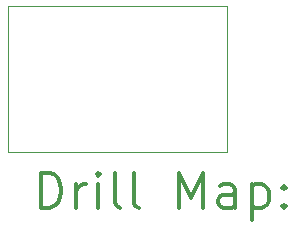
<source format=gbr>
%FSLAX45Y45*%
G04 Gerber Fmt 4.5, Leading zero omitted, Abs format (unit mm)*
G04 Created by KiCad (PCBNEW (5.1.0)-1) date 2019-09-19 19:12:10*
%MOMM*%
%LPD*%
G04 APERTURE LIST*
%ADD10C,0.100000*%
%ADD11C,0.200000*%
%ADD12C,0.300000*%
G04 APERTURE END LIST*
D10*
X13593064Y-10083800D02*
X13593064Y-8845296D01*
X11732260Y-10083800D02*
X13593064Y-10083800D01*
X11732260Y-8845296D02*
X11732260Y-10083800D01*
X13593064Y-8845296D02*
X11732260Y-8845296D01*
D11*
D12*
X12013688Y-10554514D02*
X12013688Y-10254514D01*
X12085117Y-10254514D01*
X12127974Y-10268800D01*
X12156546Y-10297372D01*
X12170831Y-10325943D01*
X12185117Y-10383086D01*
X12185117Y-10425943D01*
X12170831Y-10483086D01*
X12156546Y-10511657D01*
X12127974Y-10540229D01*
X12085117Y-10554514D01*
X12013688Y-10554514D01*
X12313688Y-10554514D02*
X12313688Y-10354514D01*
X12313688Y-10411657D02*
X12327974Y-10383086D01*
X12342260Y-10368800D01*
X12370831Y-10354514D01*
X12399403Y-10354514D01*
X12499403Y-10554514D02*
X12499403Y-10354514D01*
X12499403Y-10254514D02*
X12485117Y-10268800D01*
X12499403Y-10283086D01*
X12513688Y-10268800D01*
X12499403Y-10254514D01*
X12499403Y-10283086D01*
X12685117Y-10554514D02*
X12656546Y-10540229D01*
X12642260Y-10511657D01*
X12642260Y-10254514D01*
X12842260Y-10554514D02*
X12813688Y-10540229D01*
X12799403Y-10511657D01*
X12799403Y-10254514D01*
X13185117Y-10554514D02*
X13185117Y-10254514D01*
X13285117Y-10468800D01*
X13385117Y-10254514D01*
X13385117Y-10554514D01*
X13656546Y-10554514D02*
X13656546Y-10397372D01*
X13642260Y-10368800D01*
X13613688Y-10354514D01*
X13556546Y-10354514D01*
X13527974Y-10368800D01*
X13656546Y-10540229D02*
X13627974Y-10554514D01*
X13556546Y-10554514D01*
X13527974Y-10540229D01*
X13513688Y-10511657D01*
X13513688Y-10483086D01*
X13527974Y-10454514D01*
X13556546Y-10440229D01*
X13627974Y-10440229D01*
X13656546Y-10425943D01*
X13799403Y-10354514D02*
X13799403Y-10654514D01*
X13799403Y-10368800D02*
X13827974Y-10354514D01*
X13885117Y-10354514D01*
X13913688Y-10368800D01*
X13927974Y-10383086D01*
X13942260Y-10411657D01*
X13942260Y-10497372D01*
X13927974Y-10525943D01*
X13913688Y-10540229D01*
X13885117Y-10554514D01*
X13827974Y-10554514D01*
X13799403Y-10540229D01*
X14070831Y-10525943D02*
X14085117Y-10540229D01*
X14070831Y-10554514D01*
X14056546Y-10540229D01*
X14070831Y-10525943D01*
X14070831Y-10554514D01*
X14070831Y-10368800D02*
X14085117Y-10383086D01*
X14070831Y-10397372D01*
X14056546Y-10383086D01*
X14070831Y-10368800D01*
X14070831Y-10397372D01*
M02*

</source>
